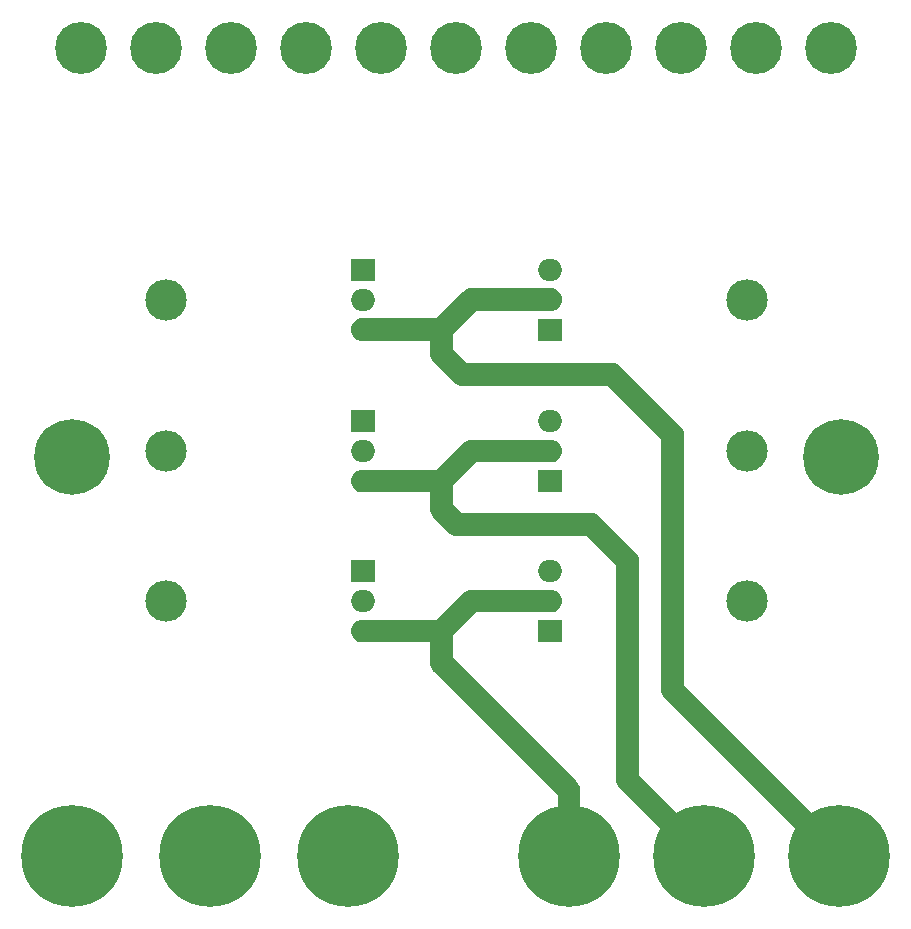
<source format=gbr>
%TF.GenerationSoftware,KiCad,Pcbnew,6.0.11+dfsg-1*%
%TF.CreationDate,2023-11-07T11:46:17+00:00*%
%TF.ProjectId,bb2b,62623262-2e6b-4696-9361-645f70636258,rev?*%
%TF.SameCoordinates,Original*%
%TF.FileFunction,Soldermask,Bot*%
%TF.FilePolarity,Negative*%
%FSLAX46Y46*%
G04 Gerber Fmt 4.6, Leading zero omitted, Abs format (unit mm)*
G04 Created by KiCad (PCBNEW 6.0.11+dfsg-1) date 2023-11-07 11:46:17*
%MOMM*%
%LPD*%
G01*
G04 APERTURE LIST*
%ADD10C,0.800000*%
%ADD11C,6.400000*%
%ADD12C,0.700000*%
%ADD13C,4.400000*%
%ADD14O,3.500000X3.500000*%
%ADD15R,2.000000X1.905000*%
%ADD16O,2.000000X1.905000*%
%ADD17C,8.600000*%
%ADD18C,0.900000*%
G04 APERTURE END LIST*
D10*
%TO.C,REF\u002A\u002A*%
X149829856Y-91740056D03*
X148132800Y-92443000D03*
D11*
X148132800Y-90043000D03*
D10*
X148132800Y-87643000D03*
X145732800Y-90043000D03*
X149829856Y-88345944D03*
X150532800Y-90043000D03*
X146435744Y-88345944D03*
X146435744Y-91740056D03*
%TD*%
D12*
%TO.C,H1*%
X145670000Y-55372000D03*
X147320000Y-53722000D03*
X147320000Y-57022000D03*
X146153274Y-56538726D03*
X146153274Y-54205274D03*
X148970000Y-55372000D03*
X148486726Y-56538726D03*
X148486726Y-54205274D03*
D13*
X147320000Y-55372000D03*
%TD*%
D14*
%TO.C,Q5*%
X140145000Y-89535000D03*
D15*
X123485000Y-92075000D03*
D16*
X123485000Y-89535000D03*
X123485000Y-86995000D03*
%TD*%
D17*
%TO.C,H16*%
X83058000Y-123825000D03*
D18*
X80777581Y-126105419D03*
X86283000Y-123825000D03*
X80777581Y-121544581D03*
X83058000Y-127050000D03*
X85338419Y-126105419D03*
X83058000Y-120600000D03*
X85338419Y-121544581D03*
X79833000Y-123825000D03*
%TD*%
D14*
%TO.C,Q1*%
X90995000Y-76715000D03*
D15*
X107655000Y-74175000D03*
D16*
X107655000Y-76715000D03*
X107655000Y-79255000D03*
%TD*%
D18*
%TO.C,H15*%
X106426000Y-127050000D03*
D17*
X106426000Y-123825000D03*
D18*
X106426000Y-120600000D03*
X104145581Y-126105419D03*
X109651000Y-123825000D03*
X103201000Y-123825000D03*
X104145581Y-121544581D03*
X108706419Y-121544581D03*
X108706419Y-126105419D03*
%TD*%
D12*
%TO.C,H3*%
X135786726Y-56538726D03*
X135786726Y-54205274D03*
X133453274Y-56538726D03*
X133453274Y-54205274D03*
X134620000Y-53722000D03*
X132970000Y-55372000D03*
X134620000Y-57022000D03*
X136270000Y-55372000D03*
D13*
X134620000Y-55372000D03*
%TD*%
D14*
%TO.C,Q2*%
X90995000Y-89535000D03*
D15*
X107655000Y-86995000D03*
D16*
X107655000Y-89535000D03*
X107655000Y-92075000D03*
%TD*%
D13*
%TO.C,H9*%
X96520000Y-55372000D03*
D12*
X98170000Y-55372000D03*
X97686726Y-56538726D03*
X95353274Y-54205274D03*
X97686726Y-54205274D03*
X96520000Y-57022000D03*
X95353274Y-56538726D03*
X96520000Y-53722000D03*
X94870000Y-55372000D03*
%TD*%
D18*
%TO.C,H17*%
X145654581Y-126105419D03*
X144710000Y-123825000D03*
X147935000Y-120600000D03*
X147935000Y-127050000D03*
X150215419Y-126105419D03*
D17*
X147935000Y-123825000D03*
D18*
X151160000Y-123825000D03*
X150215419Y-121544581D03*
X145654581Y-121544581D03*
%TD*%
D12*
%TO.C,H11*%
X82653274Y-56538726D03*
X84986726Y-54205274D03*
X83820000Y-57022000D03*
X82653274Y-54205274D03*
X84986726Y-56538726D03*
X83820000Y-53722000D03*
X82170000Y-55372000D03*
X85470000Y-55372000D03*
D13*
X83820000Y-55372000D03*
%TD*%
%TO.C,H2*%
X140970000Y-55372000D03*
D12*
X140970000Y-57022000D03*
X142620000Y-55372000D03*
X139803274Y-56538726D03*
X142136726Y-54205274D03*
X140970000Y-53722000D03*
X139803274Y-54205274D03*
X142136726Y-56538726D03*
X139320000Y-55372000D03*
%TD*%
%TO.C,H5*%
X121920000Y-53722000D03*
X120753274Y-56538726D03*
X120270000Y-55372000D03*
X121920000Y-57022000D03*
X123086726Y-54205274D03*
X120753274Y-54205274D03*
X123086726Y-56538726D03*
D13*
X121920000Y-55372000D03*
D12*
X123570000Y-55372000D03*
%TD*%
D14*
%TO.C,Q3*%
X90995000Y-102235000D03*
D15*
X107655000Y-99695000D03*
D16*
X107655000Y-102235000D03*
X107655000Y-104775000D03*
%TD*%
D13*
%TO.C,H7*%
X109220000Y-55372000D03*
D12*
X107570000Y-55372000D03*
X109220000Y-53722000D03*
X110386726Y-54205274D03*
X109220000Y-57022000D03*
X108053274Y-56538726D03*
X108053274Y-54205274D03*
X110386726Y-56538726D03*
X110870000Y-55372000D03*
%TD*%
%TO.C,H8*%
X104520000Y-55372000D03*
X101220000Y-55372000D03*
D13*
X102870000Y-55372000D03*
D12*
X101703274Y-54205274D03*
X102870000Y-53722000D03*
X101703274Y-56538726D03*
X102870000Y-57022000D03*
X104036726Y-56538726D03*
X104036726Y-54205274D03*
%TD*%
D14*
%TO.C,Q6*%
X140145000Y-102235000D03*
D15*
X123485000Y-104775000D03*
D16*
X123485000Y-102235000D03*
X123485000Y-99695000D03*
%TD*%
D18*
%TO.C,H18*%
X134244581Y-126105419D03*
X134244581Y-121544581D03*
D17*
X136525000Y-123825000D03*
D18*
X136525000Y-120600000D03*
X133300000Y-123825000D03*
X138805419Y-126105419D03*
X138805419Y-121544581D03*
X136525000Y-127050000D03*
X139750000Y-123825000D03*
%TD*%
%TO.C,H14*%
X97967000Y-123825000D03*
X92461581Y-121544581D03*
X94742000Y-127050000D03*
X97022419Y-121544581D03*
X94742000Y-120600000D03*
X97022419Y-126105419D03*
X92461581Y-126105419D03*
D17*
X94742000Y-123825000D03*
D18*
X91517000Y-123825000D03*
%TD*%
D12*
%TO.C,H10*%
X89003274Y-56538726D03*
X88520000Y-55372000D03*
X89003274Y-54205274D03*
X91820000Y-55372000D03*
X91336726Y-56538726D03*
X90170000Y-57022000D03*
X91336726Y-54205274D03*
X90170000Y-53722000D03*
D13*
X90170000Y-55372000D03*
%TD*%
D18*
%TO.C,H19*%
X125095000Y-120600000D03*
X127375419Y-121544581D03*
X128320000Y-123825000D03*
X122814581Y-121544581D03*
X125095000Y-127050000D03*
X127375419Y-126105419D03*
D17*
X125095000Y-123825000D03*
D18*
X121870000Y-123825000D03*
X122814581Y-126105419D03*
%TD*%
D10*
%TO.C,REF\u002A\u002A*%
X84704256Y-91740056D03*
X83007200Y-92443000D03*
D11*
X83007200Y-90043000D03*
D10*
X83007200Y-87643000D03*
X80607200Y-90043000D03*
X84704256Y-88345944D03*
X85407200Y-90043000D03*
X81310144Y-88345944D03*
X81310144Y-91740056D03*
%TD*%
D14*
%TO.C,Q4*%
X140145000Y-76715000D03*
D15*
X123485000Y-79255000D03*
D16*
X123485000Y-76715000D03*
X123485000Y-74175000D03*
%TD*%
D12*
%TO.C,H4*%
X127103274Y-54205274D03*
X129920000Y-55372000D03*
X126620000Y-55372000D03*
X128270000Y-53722000D03*
X129436726Y-56538726D03*
X129436726Y-54205274D03*
X127103274Y-56538726D03*
D13*
X128270000Y-55372000D03*
D12*
X128270000Y-57022000D03*
%TD*%
%TO.C,H6*%
X117220000Y-55372000D03*
X116736726Y-56538726D03*
X114403274Y-56538726D03*
X113920000Y-55372000D03*
X115570000Y-53722000D03*
X116736726Y-54205274D03*
X114403274Y-54205274D03*
X115570000Y-57022000D03*
D13*
X115570000Y-55372000D03*
%TD*%
G36*
X123520298Y-75741805D02*
G01*
X123708599Y-75760351D01*
X123708791Y-75760389D01*
X123889856Y-75815314D01*
X123890037Y-75815389D01*
X124056907Y-75904584D01*
X124057070Y-75904693D01*
X124203333Y-76024728D01*
X124203472Y-76024867D01*
X124323507Y-76171130D01*
X124323616Y-76171293D01*
X124412811Y-76338163D01*
X124412886Y-76338344D01*
X124467811Y-76519409D01*
X124467849Y-76519601D01*
X124486395Y-76707902D01*
X124486395Y-76708098D01*
X124467849Y-76896399D01*
X124467811Y-76896591D01*
X124412886Y-77077656D01*
X124412811Y-77077837D01*
X124323616Y-77244707D01*
X124323507Y-77244870D01*
X124203472Y-77391133D01*
X124203333Y-77391272D01*
X124057070Y-77511307D01*
X124056907Y-77511416D01*
X123890037Y-77600611D01*
X123889856Y-77600686D01*
X123708791Y-77655611D01*
X123708599Y-77655649D01*
X123520298Y-77674195D01*
X123520200Y-77674200D01*
X117221414Y-77674200D01*
X114681707Y-80213907D01*
X114681000Y-80214200D01*
X107619800Y-80214200D01*
X107619702Y-80214195D01*
X107431401Y-80195649D01*
X107431209Y-80195611D01*
X107250144Y-80140686D01*
X107249963Y-80140611D01*
X107083093Y-80051416D01*
X107082930Y-80051307D01*
X106936667Y-79931272D01*
X106936528Y-79931133D01*
X106816493Y-79784870D01*
X106816384Y-79784707D01*
X106727189Y-79617837D01*
X106727114Y-79617656D01*
X106672189Y-79436591D01*
X106672151Y-79436399D01*
X106653605Y-79248098D01*
X106653605Y-79247902D01*
X106672151Y-79059601D01*
X106672189Y-79059409D01*
X106727114Y-78878344D01*
X106727189Y-78878163D01*
X106816384Y-78711293D01*
X106816493Y-78711130D01*
X106936528Y-78564867D01*
X106936667Y-78564728D01*
X107082930Y-78444693D01*
X107083093Y-78444584D01*
X107249963Y-78355389D01*
X107250144Y-78355314D01*
X107431209Y-78300389D01*
X107431401Y-78300351D01*
X107619702Y-78281805D01*
X107619800Y-78281800D01*
X113867786Y-78281800D01*
X116114600Y-76034986D01*
X116114673Y-76034920D01*
X116266209Y-75910557D01*
X116266372Y-75910448D01*
X116439259Y-75818038D01*
X116439440Y-75817963D01*
X116627033Y-75761058D01*
X116627225Y-75761020D01*
X116822316Y-75741805D01*
X116822414Y-75741800D01*
X123520200Y-75741800D01*
X123520298Y-75741805D01*
G37*
G36*
X115265907Y-78586893D02*
G01*
X115266200Y-78587600D01*
X115266200Y-80873186D01*
X116484814Y-82091800D01*
X128770186Y-82091800D01*
X128770284Y-82091805D01*
X128965375Y-82111020D01*
X128965567Y-82111058D01*
X129153160Y-82167963D01*
X129153341Y-82168038D01*
X129326228Y-82260448D01*
X129326391Y-82260557D01*
X129477927Y-82384920D01*
X129478000Y-82384986D01*
X134531014Y-87438000D01*
X134531080Y-87438073D01*
X134655443Y-87589609D01*
X134655552Y-87589772D01*
X134747962Y-87762659D01*
X134748037Y-87762840D01*
X134804942Y-87950433D01*
X134804980Y-87950625D01*
X134824195Y-88145716D01*
X134824200Y-88145814D01*
X134824200Y-109346586D01*
X146038007Y-120560393D01*
X146038073Y-120560466D01*
X146158688Y-120707436D01*
X146158797Y-120707599D01*
X146248423Y-120875277D01*
X146248498Y-120875458D01*
X146303689Y-121057398D01*
X146303727Y-121057590D01*
X146322363Y-121246802D01*
X146322363Y-121246998D01*
X146303727Y-121436210D01*
X146303689Y-121436402D01*
X146248498Y-121618342D01*
X146248423Y-121618523D01*
X146158797Y-121786201D01*
X146158688Y-121786364D01*
X146038073Y-121933334D01*
X146037934Y-121933473D01*
X145890964Y-122054088D01*
X145890801Y-122054197D01*
X145723123Y-122143823D01*
X145722942Y-122143898D01*
X145541002Y-122199089D01*
X145540810Y-122199127D01*
X145351598Y-122217763D01*
X145351402Y-122217763D01*
X145162190Y-122199127D01*
X145161998Y-122199089D01*
X144980058Y-122143898D01*
X144979877Y-122143823D01*
X144812199Y-122054197D01*
X144812036Y-122054088D01*
X144665066Y-121933473D01*
X144664993Y-121933407D01*
X133184986Y-110453400D01*
X133184920Y-110453327D01*
X133060557Y-110301791D01*
X133060448Y-110301628D01*
X132968038Y-110128741D01*
X132967963Y-110128560D01*
X132911058Y-109940967D01*
X132911020Y-109940775D01*
X132891805Y-109745684D01*
X132891800Y-109745586D01*
X132891800Y-88544814D01*
X128371186Y-84024200D01*
X116085814Y-84024200D01*
X116085716Y-84024195D01*
X115890625Y-84004980D01*
X115890433Y-84004942D01*
X115702840Y-83948037D01*
X115702659Y-83947962D01*
X115529772Y-83855552D01*
X115529609Y-83855443D01*
X115378073Y-83731080D01*
X115378000Y-83731014D01*
X113626986Y-81980000D01*
X113626920Y-81979927D01*
X113502557Y-81828391D01*
X113502448Y-81828228D01*
X113410038Y-81655341D01*
X113409963Y-81655160D01*
X113353058Y-81467567D01*
X113353020Y-81467375D01*
X113333805Y-81272284D01*
X113333800Y-81272186D01*
X113333800Y-78587600D01*
X113334093Y-78586893D01*
X113334800Y-78586600D01*
X115265200Y-78586600D01*
X115265907Y-78586893D01*
G37*
G36*
X115240507Y-104190093D02*
G01*
X115240800Y-104190800D01*
X115240800Y-107009786D01*
X125768014Y-117537000D01*
X125768080Y-117537073D01*
X125892443Y-117688609D01*
X125892552Y-117688772D01*
X125984962Y-117861659D01*
X125985037Y-117861840D01*
X126041942Y-118049433D01*
X126041980Y-118049625D01*
X126061195Y-118244716D01*
X126061200Y-118244814D01*
X126061200Y-120116600D01*
X126061195Y-120116698D01*
X126042649Y-120304999D01*
X126042611Y-120305191D01*
X125987686Y-120486256D01*
X125987611Y-120486437D01*
X125898416Y-120653307D01*
X125898307Y-120653470D01*
X125778272Y-120799733D01*
X125778133Y-120799872D01*
X125631870Y-120919907D01*
X125631707Y-120920016D01*
X125464837Y-121009211D01*
X125464656Y-121009286D01*
X125283591Y-121064211D01*
X125283399Y-121064249D01*
X125095098Y-121082795D01*
X125094902Y-121082795D01*
X124906601Y-121064249D01*
X124906409Y-121064211D01*
X124725344Y-121009286D01*
X124725163Y-121009211D01*
X124558293Y-120920016D01*
X124558130Y-120919907D01*
X124411867Y-120799872D01*
X124411728Y-120799733D01*
X124291693Y-120653470D01*
X124291584Y-120653307D01*
X124202389Y-120486437D01*
X124202314Y-120486256D01*
X124147389Y-120305191D01*
X124147351Y-120304999D01*
X124128805Y-120116698D01*
X124128800Y-120116600D01*
X124128800Y-118643814D01*
X113601586Y-108116600D01*
X113601520Y-108116527D01*
X113477157Y-107964991D01*
X113477048Y-107964828D01*
X113384638Y-107791941D01*
X113384563Y-107791760D01*
X113327658Y-107604167D01*
X113327620Y-107603975D01*
X113308405Y-107408884D01*
X113308400Y-107408786D01*
X113308400Y-104190800D01*
X113308693Y-104190093D01*
X113309400Y-104189800D01*
X115239800Y-104189800D01*
X115240507Y-104190093D01*
G37*
G36*
X115240507Y-91413893D02*
G01*
X115240800Y-91414600D01*
X115240800Y-94055786D01*
X115976814Y-94791800D01*
X126992186Y-94791800D01*
X126992284Y-94791805D01*
X127187375Y-94811020D01*
X127187567Y-94811058D01*
X127375160Y-94867963D01*
X127375341Y-94868038D01*
X127548228Y-94960448D01*
X127548391Y-94960557D01*
X127699927Y-95084920D01*
X127700000Y-95084986D01*
X130721014Y-98106000D01*
X130721080Y-98106073D01*
X130845443Y-98257609D01*
X130845552Y-98257772D01*
X130937962Y-98430659D01*
X130938037Y-98430840D01*
X130994942Y-98618433D01*
X130994980Y-98618625D01*
X131014195Y-98813716D01*
X131014200Y-98813814D01*
X131014200Y-116941186D01*
X134341307Y-120268293D01*
X134341373Y-120268366D01*
X134461988Y-120415336D01*
X134462097Y-120415499D01*
X134551723Y-120583177D01*
X134551798Y-120583358D01*
X134606989Y-120765298D01*
X134607027Y-120765490D01*
X134625663Y-120954702D01*
X134625663Y-120954898D01*
X134607027Y-121144110D01*
X134606989Y-121144302D01*
X134551798Y-121326242D01*
X134551723Y-121326423D01*
X134462097Y-121494101D01*
X134461988Y-121494264D01*
X134341373Y-121641234D01*
X134341234Y-121641373D01*
X134194264Y-121761988D01*
X134194101Y-121762097D01*
X134026423Y-121851723D01*
X134026242Y-121851798D01*
X133844302Y-121906989D01*
X133844110Y-121907027D01*
X133654898Y-121925663D01*
X133654702Y-121925663D01*
X133465490Y-121907027D01*
X133465298Y-121906989D01*
X133283358Y-121851798D01*
X133283177Y-121851723D01*
X133115499Y-121762097D01*
X133115336Y-121761988D01*
X132968366Y-121641373D01*
X132968293Y-121641307D01*
X129374986Y-118048000D01*
X129374920Y-118047927D01*
X129250557Y-117896391D01*
X129250448Y-117896228D01*
X129158038Y-117723341D01*
X129157963Y-117723160D01*
X129101058Y-117535567D01*
X129101020Y-117535375D01*
X129081805Y-117340284D01*
X129081800Y-117340186D01*
X129081800Y-99212814D01*
X126593186Y-96724200D01*
X115603214Y-96724200D01*
X115603116Y-96724195D01*
X115408025Y-96704980D01*
X115407833Y-96704942D01*
X115220240Y-96648037D01*
X115220059Y-96647962D01*
X115047172Y-96555552D01*
X115047009Y-96555443D01*
X114895473Y-96431080D01*
X114895400Y-96431014D01*
X113601586Y-95137200D01*
X113601520Y-95137127D01*
X113477157Y-94985591D01*
X113477048Y-94985428D01*
X113384638Y-94812541D01*
X113384563Y-94812360D01*
X113327658Y-94624767D01*
X113327620Y-94624575D01*
X113308405Y-94429484D01*
X113308400Y-94429386D01*
X113308400Y-91414600D01*
X113308693Y-91413893D01*
X113309400Y-91413600D01*
X115239800Y-91413600D01*
X115240507Y-91413893D01*
G37*
G36*
X123520298Y-88568805D02*
G01*
X123708599Y-88587351D01*
X123708791Y-88587389D01*
X123889856Y-88642314D01*
X123890037Y-88642389D01*
X124056907Y-88731584D01*
X124057070Y-88731693D01*
X124203333Y-88851728D01*
X124203472Y-88851867D01*
X124323507Y-88998130D01*
X124323616Y-88998293D01*
X124412811Y-89165163D01*
X124412886Y-89165344D01*
X124467811Y-89346409D01*
X124467849Y-89346601D01*
X124486395Y-89534902D01*
X124486395Y-89535098D01*
X124467849Y-89723399D01*
X124467811Y-89723591D01*
X124412886Y-89904656D01*
X124412811Y-89904837D01*
X124323616Y-90071707D01*
X124323507Y-90071870D01*
X124203472Y-90218133D01*
X124203333Y-90218272D01*
X124057070Y-90338307D01*
X124056907Y-90338416D01*
X123890037Y-90427611D01*
X123889856Y-90427686D01*
X123708791Y-90482611D01*
X123708599Y-90482649D01*
X123520298Y-90501195D01*
X123520200Y-90501200D01*
X117221414Y-90501200D01*
X114681707Y-93040907D01*
X114681000Y-93041200D01*
X107619800Y-93041200D01*
X107619702Y-93041195D01*
X107431401Y-93022649D01*
X107431209Y-93022611D01*
X107250144Y-92967686D01*
X107249963Y-92967611D01*
X107083093Y-92878416D01*
X107082930Y-92878307D01*
X106936667Y-92758272D01*
X106936528Y-92758133D01*
X106816493Y-92611870D01*
X106816384Y-92611707D01*
X106727189Y-92444837D01*
X106727114Y-92444656D01*
X106672189Y-92263591D01*
X106672151Y-92263399D01*
X106653605Y-92075098D01*
X106653605Y-92074902D01*
X106672151Y-91886601D01*
X106672189Y-91886409D01*
X106727114Y-91705344D01*
X106727189Y-91705163D01*
X106816384Y-91538293D01*
X106816493Y-91538130D01*
X106936528Y-91391867D01*
X106936667Y-91391728D01*
X107082930Y-91271693D01*
X107083093Y-91271584D01*
X107249963Y-91182389D01*
X107250144Y-91182314D01*
X107431209Y-91127389D01*
X107431401Y-91127351D01*
X107619702Y-91108805D01*
X107619800Y-91108800D01*
X113867786Y-91108800D01*
X116114600Y-88861986D01*
X116114673Y-88861920D01*
X116266209Y-88737557D01*
X116266372Y-88737448D01*
X116439259Y-88645038D01*
X116439440Y-88644963D01*
X116627033Y-88588058D01*
X116627225Y-88588020D01*
X116822316Y-88568805D01*
X116822414Y-88568800D01*
X123520200Y-88568800D01*
X123520298Y-88568805D01*
G37*
G36*
X123520298Y-101268805D02*
G01*
X123708599Y-101287351D01*
X123708791Y-101287389D01*
X123889856Y-101342314D01*
X123890037Y-101342389D01*
X124056907Y-101431584D01*
X124057070Y-101431693D01*
X124203333Y-101551728D01*
X124203472Y-101551867D01*
X124323507Y-101698130D01*
X124323616Y-101698293D01*
X124412811Y-101865163D01*
X124412886Y-101865344D01*
X124467811Y-102046409D01*
X124467849Y-102046601D01*
X124486395Y-102234902D01*
X124486395Y-102235098D01*
X124467849Y-102423399D01*
X124467811Y-102423591D01*
X124412886Y-102604656D01*
X124412811Y-102604837D01*
X124323616Y-102771707D01*
X124323507Y-102771870D01*
X124203472Y-102918133D01*
X124203333Y-102918272D01*
X124057070Y-103038307D01*
X124056907Y-103038416D01*
X123890037Y-103127611D01*
X123889856Y-103127686D01*
X123708791Y-103182611D01*
X123708599Y-103182649D01*
X123520298Y-103201195D01*
X123520200Y-103201200D01*
X117221414Y-103201200D01*
X114681707Y-105740907D01*
X114681000Y-105741200D01*
X107619800Y-105741200D01*
X107619702Y-105741195D01*
X107431401Y-105722649D01*
X107431209Y-105722611D01*
X107250144Y-105667686D01*
X107249963Y-105667611D01*
X107083093Y-105578416D01*
X107082930Y-105578307D01*
X106936667Y-105458272D01*
X106936528Y-105458133D01*
X106816493Y-105311870D01*
X106816384Y-105311707D01*
X106727189Y-105144837D01*
X106727114Y-105144656D01*
X106672189Y-104963591D01*
X106672151Y-104963399D01*
X106653605Y-104775098D01*
X106653605Y-104774902D01*
X106672151Y-104586601D01*
X106672189Y-104586409D01*
X106727114Y-104405344D01*
X106727189Y-104405163D01*
X106816384Y-104238293D01*
X106816493Y-104238130D01*
X106936528Y-104091867D01*
X106936667Y-104091728D01*
X107082930Y-103971693D01*
X107083093Y-103971584D01*
X107249963Y-103882389D01*
X107250144Y-103882314D01*
X107431209Y-103827389D01*
X107431401Y-103827351D01*
X107619702Y-103808805D01*
X107619800Y-103808800D01*
X113867786Y-103808800D01*
X116114600Y-101561986D01*
X116114673Y-101561920D01*
X116266209Y-101437557D01*
X116266372Y-101437448D01*
X116439259Y-101345038D01*
X116439440Y-101344963D01*
X116627033Y-101288058D01*
X116627225Y-101288020D01*
X116822316Y-101268805D01*
X116822414Y-101268800D01*
X123520200Y-101268800D01*
X123520298Y-101268805D01*
G37*
M02*

</source>
